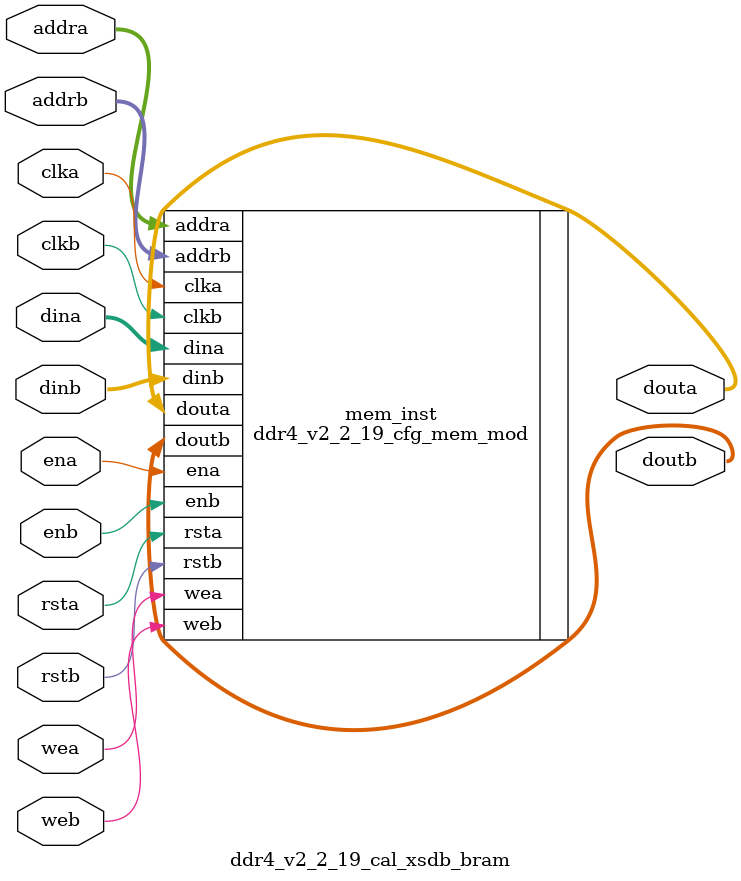
<source format=sv>
/******************************************************************************
// (c) Copyright 2013 - 2014 Xilinx, Inc. All rights reserved.
//
// This file contains confidential and proprietary information
// of Xilinx, Inc. and is protected under U.S. and
// international copyright and other intellectual property
// laws.
//
// DISCLAIMER
// This disclaimer is not a license and does not grant any
// rights to the materials distributed herewith. Except as
// otherwise provided in a valid license issued to you by
// Xilinx, and to the maximum extent permitted by applicable
// law: (1) THESE MATERIALS ARE MADE AVAILABLE "AS IS" AND
// WITH ALL FAULTS, AND XILINX HEREBY DISCLAIMS ALL WARRANTIES
// AND CONDITIONS, EXPRESS, IMPLIED, OR STATUTORY, INCLUDING
// BUT NOT LIMITED TO WARRANTIES OF MERCHANTABILITY, NON-
// INFRINGEMENT, OR FITNESS FOR ANY PARTICULAR PURPOSE; and
// (2) Xilinx shall not be liable (whether in contract or tort,
// including negligence, or under any other theory of
// liability) for any loss or damage of any kind or nature
// related to, arising under or in connection with these
// materials, including for any direct, or any indirect,
// special, incidental, or consequential loss or damage
// (including loss of data, profits, goodwill, or any type of
// loss or damage suffered as a result of any action brought
// by a third party) even if such damage or loss was
// reasonably foreseeable or Xilinx had been advised of the
// possibility of the same.
//
// CRITICAL APPLICATIONS
// Xilinx products are not designed or intended to be fail-
// safe, or for use in any application requiring fail-safe
// performance, such as life-support or safety devices or
// systems, Class III medical devices, nuclear facilities,
// applications related to the deployment of airbags, or any
// other applications that could lead to death, personal
// injury, or severe property or environmental damage
// (individually and collectively, "Critical
// Applications"). Customer assumes the sole risk and
// liability of any use of Xilinx products in Critical
// Applications, subject only to applicable laws and
// regulations governing limitations on product liability.
//
// THIS COPYRIGHT NOTICE AND DISCLAIMER MUST BE RETAINED AS
// PART OF THIS FILE AT ALL TIMES.
******************************************************************************/
//   ____  ____
//  /   /\/   /
// /___/  \  /    Vendor             : Xilinx
// \   \   \/     Version            : 2.0
//  \   \         Application        : MIG
//  /   /         Filename           : ddr4_v2_2_19_cal_xsdb_bram.sv
// /___/   /\     Date Last Modified : $Date: 2015/04/23 $
// \   \  /  \    Date Created       : Tue May 13 2014
//  \___\/\___\
//
// Device           : UltraScale
// Design Name      : DDR4 SDRAM & DDR3 SDRAM
// Purpose          :
//                   ddr4_v2_2_19_cal_xsdb_bram module
// Reference        :
// Revision History :
//*****************************************************************************
`timescale 1ns / 1ps

(* bram_map="yes" *)

module ddr4_v2_2_19_cal_xsdb_bram
    #(	
    
		parameter       	  MEM                        	  =  "DDR4"
		,parameter       	  DBYTES                     	  =  8 //4
		,parameter            START_ADDRESS                   =  18
		,parameter  		  SPREAD_SHEET_VERSION            =  2
		,parameter            RTL_VERSION                     =  0
		,parameter            MEM_CODE                        =  0
		,parameter  		  MEMORY_TYPE                     =  (MEM == "DDR4") ? 2 : 1
		,parameter            MEMORY_CONFIGURATION            =  1
		,parameter            MEMORY_VOLTAGE                  =  1
        ,parameter            CLKFBOUT_MULT_PLL               =  4
        ,parameter            DIVCLK_DIVIDE_PLL               =  1
        ,parameter            CLKOUT0_DIVIDE_PLL              =  1
        ,parameter            CLKFBOUT_MULT_MMCM              =  4
        ,parameter            DIVCLK_DIVIDE_MMCM              =  1
        ,parameter            CLKOUT0_DIVIDE_MMCM             =  4
		,parameter  		  DQBITS	                      =  64
		,parameter			  NIBBLE                          =  DQBITS/4
		,parameter  		  BITS_PER_BYTE                   =  8 //DQBITS/DBYTES
		,parameter  		  SLOTS                   =  1
		,parameter  		  ABITS                           =  10
		,parameter  		  BABITS                          =  2
		,parameter       	  BGBITS              	          =  2
		,parameter       	  CKEBITS                  		  =  4
		,parameter       	  CSBITS             	          =  4
		,parameter       	  ODTBITS                    	  =  4
		,parameter       	  DRAM_WIDTH                 	  =  8      // # of DQ per DQS
		,parameter       	  RANKS                      	  =  4 // 1      //1, 2, 3, or 4
		,parameter            S_HEIGHT                        =  1
		,parameter       	  nCK_PER_CLK                	  =  1      // # of memory CKs per fabric CLK
        ,parameter            tCK                             =  2000		
		,parameter       	  DM_DBI_SETTING             	  =  7     //// 3bits requried all 7
		,parameter            BISC_EN                         =  0
		,parameter       	  USE_CS_PORT             	      =  1     //// 1 bit
		,parameter            EXTRA_CMD_DELAY                 =  0     //// 1 bit
		,parameter            REG_CTRL_ON                     =  0     // RDIMM register control
		,parameter            CA_MIRROR                       =  0     //// 1 bit
		,parameter       	  DQS_GATE                   	  =  7
		,parameter       	  WRLVL                      	  =  7
		,parameter       	  RDLVL                      	  =  7
		,parameter       	  RDLVL_DBI                       =  7
		,parameter       	  WR_DQS_DQ                  	  =  7
		,parameter       	  WR_DQS_DM_DBI                   =  7
		,parameter            WRITE_LAT                       =  7
		,parameter       	  RDLVL_COMPLEX                   =  3     ///2 bits required all 3
		,parameter       	  WR_DQS_COMPLEX                  =  3     ///2 bits required all 3
		,parameter       	  DQS_TRACKING               	  =  3
		,parameter       	  RD_VREF                    	  =  3
		,parameter       	  RD_VREF_PATTERN                 =  3
		,parameter       	  WR_VREF                    	  =  3
		,parameter       	  WR_VREF_PATTERN                 =  3
		,parameter       	  DQS_SAMPLE_CNT             	  =  127
		,parameter       	  WRLVL_SAMPLE_CNT           	  =  255
		,parameter       	  RDLVL_SAMPLE_CNT           	  =  127
		,parameter       	  COMPLEX_LOOP_CNT           	  =  255
		,parameter       	  IODELAY_QTR_CK_TAP_CNT     	  =  255
		,parameter       	  DEBUG_MESSAGES     	          =  0
		,parameter         	  MR0                     		  =  13'b0000000110000
		,parameter         	  MR1                     		  =  13'b0000100000001 //RTT_NOM=RZQ/4 (60 Ohm)
		,parameter         	  MR2                     		  =  13'b0000000011000
		,parameter         	  MR3                     		  =  13'b0000000000000
		,parameter         	  MR4                     		  =  13'b0000000000000
		,parameter         	  MR5                     		  =  13'b0010000000000
		,parameter         	  MR6                     		  =  13'b0100000000000
		,parameter            ODTWR                           = 16'h0000
		,parameter            ODTRD                           = 16'h0000
		,parameter            SLOT0_CONFIG                    = 0     // all 9 bits
		,parameter            SLOT1_CONFIG                    = 0     // all 9 bits
		,parameter            SLOT0_FUNC_CS                   = 0     // all 9 bits
		,parameter            SLOT1_FUNC_CS                   = 0     // all 9 bits
		,parameter            SLOT0_ODD_CS                    = 0     // all 9 bits
		,parameter            SLOT1_ODD_CS                    = 0     // all 9 bits
		,parameter            DDR4_REG_RC03                   = 0     // all 9 bits
		,parameter            DDR4_REG_RC04                   = 0     // all 9 bits
		,parameter            DDR4_REG_RC05                   = 0     // all 9 bits
		,parameter            DDR4_REG_RC3X                   = 0     // all 9 bits
		
		,parameter         	  MR0_0                   		  =  MR0[8:0]
		,parameter         	  MR0_1                   		  =  {5'b0,MR0[12:9]}
		,parameter         	  MR1_0                   		  =  MR1[8:0]
		,parameter         	  MR1_1                   		  =  {5'b0,MR1[12:9]}
		,parameter         	  MR2_0                   	 	  =  MR2[8:0]
		,parameter         	  MR2_1                   		  =  {5'b0,MR2[12:9]}
		,parameter         	  MR3_0                   		  =  MR3[8:0]
		,parameter         	  MR3_1                   		  =  {5'b0,MR3[12:9]}
		,parameter         	  MR4_0                   		  =  MR4[8:0]
		,parameter         	  MR4_1                   		  =  {5'b0,MR4[12:9]}
		,parameter         	  MR5_0                   		  =  MR5[8:0]
		,parameter         	  MR5_1                   		  =  {5'b0,MR5[12:9]}
		,parameter         	  MR6_0                   		  =  MR6[8:0]
		,parameter         	  MR6_1                   		  =  {5'b0,MR6[12:9]}
  
       ,parameter NUM_BRAMS    = 1
	   ,parameter SIZE         = 36 * 1024 * NUM_BRAMS
    // Specify INITs as 9 bit blocks (256 locations per blockRAM)
       ,parameter ADDR_WIDTH   = 16
	   ,parameter DATA_WIDTH   = 9
       ,parameter PIPELINE_REG = 1 
    )
  (
	
		clka,
		clkb,
		ena,
		enb,
		addra,
		addrb,
		dina,
		dinb,
		douta,
		doutb,
		wea,
		web,
		rsta,
		rstb
);
input clka;
input clkb;
input ena;
input enb;
input [ADDR_WIDTH-1:0]addra;
input [ADDR_WIDTH-1:0]addrb;
input [DATA_WIDTH-1:0]dina;
input [DATA_WIDTH-1:0]dinb;
input wea;
input web;
input rsta;
input rstb;
output reg [DATA_WIDTH-1:0]douta;
output reg [DATA_WIDTH-1:0]doutb;


// Initial values to the BlockRam 0
localparam [8:0] mem0_init_0 = {4'b0,START_ADDRESS[4:0]};
localparam [8:0] mem0_init_1 = 9'b0;
localparam [8:0] mem0_init_2 = 9'b0;
localparam [8:0] mem0_init_3 = {5'b0,SPREAD_SHEET_VERSION[3:0]};
localparam [8:0] mem0_init_4 = {6'b0,MEMORY_TYPE[2:0]};
localparam [8:0] mem0_init_5 = RANKS;
localparam [8:0] mem0_init_6 = DBYTES[8:0]; // MAN - repeats DBYTES parameter (may hardwire to BYTES for initial SW compatability)
localparam [8:0] mem0_init_7 = NIBBLE[8:0];
localparam [8:0] mem0_init_8 = BITS_PER_BYTE[8:0];
localparam [8:0] mem0_init_9 = 9'b1;
localparam [8:0] mem0_init_10 = 9'b1;
localparam [8:0] mem0_init_11 = 9'b1;
localparam [8:0] mem0_init_12 = SLOTS;
localparam [8:0] mem0_init_13 = 9'b0;
localparam [8:0] mem0_init_14 = 9'b0;
localparam [8:0] mem0_init_15 = 9'b0;
localparam [8:0] mem0_init_16 = 9'b0;
localparam [8:0] mem0_init_17 = 9'b0;
localparam [8:0] mem0_init_18 = RTL_VERSION[8:0];
localparam [8:0] mem0_init_19 = 9'b0;
localparam [8:0] mem0_init_20 = NUM_BRAMS[8:0];
localparam [8:0] mem0_init_21 = {BGBITS[1:0],BABITS[1:0],ABITS[4:0]};
localparam [8:0] mem0_init_22 = {ODTBITS[2:0],CSBITS[2:0],CKEBITS[2:0]};
localparam [8:0] mem0_init_23 = DBYTES[8:0];
localparam [8:0] mem0_init_24 = DRAM_WIDTH[8:0];
localparam [8:0] mem0_init_25 = {CA_MIRROR[0],REG_CTRL_ON[0],EXTRA_CMD_DELAY[0],USE_CS_PORT[0],BISC_EN[0],DM_DBI_SETTING[2:0],nCK_PER_CLK[0]};
localparam [8:0] mem0_init_26 = {RDLVL[2:0],WRLVL[2:0],DQS_GATE[2:0]};
localparam [8:0] mem0_init_27 = {WR_DQS_DM_DBI[2:0],WR_DQS_DQ[2:0],RDLVL_DBI[2:0]};
localparam [8:0] mem0_init_28 = {WR_DQS_COMPLEX[2:0],RDLVL_COMPLEX[2:0],WRITE_LAT[2:0]};
localparam [8:0] mem0_init_29 = {DEBUG_MESSAGES[0],RD_VREF_PATTERN[1:0],WR_VREF_PATTERN[1:0],RD_VREF[1:0],WR_VREF[1:0]};
localparam [8:0] mem0_init_30 = {7'b0,DQS_TRACKING[1:0]};
localparam [8:0] mem0_init_31 = DQS_SAMPLE_CNT[8:0];
localparam [8:0] mem0_init_32 = WRLVL_SAMPLE_CNT[8:0];
localparam [8:0] mem0_init_33 = RDLVL_SAMPLE_CNT[8:0];
localparam [8:0] mem0_init_34 = COMPLEX_LOOP_CNT[8:0];
localparam [8:0] mem0_init_35 = IODELAY_QTR_CK_TAP_CNT[8:0];
localparam [8:0] mem0_init_36 = {5'b0,S_HEIGHT[3:0]};
localparam [8:0] mem0_init_37 = 9'b0;
localparam [8:0] mem0_init_38 = 9'b0;
localparam [8:0] mem0_init_39 = 9'b0;
localparam [8:0] mem0_init_40 = {1'b0, ODTWR[7:0]};
localparam [8:0] mem0_init_41 = {1'b0, ODTWR[15:8]};
localparam [8:0] mem0_init_42 = {1'b0, ODTRD[7:0]};
localparam [8:0] mem0_init_43 = {1'b0, ODTRD[15:8]};
localparam [8:0] mem0_init_44 = SLOT0_CONFIG;
localparam [8:0] mem0_init_45 = SLOT1_CONFIG;
localparam [8:0] mem0_init_46 = SLOT0_FUNC_CS;
localparam [8:0] mem0_init_47 = SLOT1_FUNC_CS;
localparam [8:0] mem0_init_48 = SLOT0_ODD_CS;
localparam [8:0] mem0_init_49 = SLOT1_ODD_CS;
localparam [8:0] mem0_init_50 = DDR4_REG_RC03;
localparam [8:0] mem0_init_51 = DDR4_REG_RC04;
localparam [8:0] mem0_init_52 = DDR4_REG_RC05;
localparam [8:0] mem0_init_53 = DDR4_REG_RC3X;
localparam [8:0] mem0_init_54 = MR0_0[8:0];
localparam [8:0] mem0_init_55 = MR0_1[8:0];
localparam [8:0] mem0_init_56 = MR1_0[8:0];
localparam [8:0] mem0_init_57 = MR1_1[8:0];
localparam [8:0] mem0_init_58 = MR2_0[8:0];
localparam [8:0] mem0_init_59 = MR2_1[8:0];
localparam [8:0] mem0_init_60 = MR3_0[8:0];
localparam [8:0] mem0_init_61 = MR3_1[8:0];
localparam [8:0] mem0_init_62 = MR4_0[8:0];
localparam [8:0] mem0_init_63 = MR4_1[8:0];
localparam [8:0] mem0_init_64 = MR5_0[8:0];
localparam [8:0] mem0_init_65 = MR5_1[8:0];
localparam [8:0] mem0_init_66 = MR6_0[8:0];
localparam [8:0] mem0_init_67 = MR6_1[8:0];
localparam [8:0] mem0_init_68 = 9'b0;
localparam [8:0] mem0_init_69 = tCK[8:0];
localparam [8:0] mem0_init_70 = tCK[16:9];
localparam [8:0] mem0_init_71 = MEMORY_CONFIGURATION[8:0];
localparam [8:0] mem0_init_72 = MEMORY_VOLTAGE[8:0];
localparam [8:0] mem0_init_73 = CLKFBOUT_MULT_PLL[8:0];
localparam [8:0] mem0_init_74 = DIVCLK_DIVIDE_PLL[8:0];
localparam [8:0] mem0_init_75 = CLKFBOUT_MULT_MMCM[8:0];
localparam [8:0] mem0_init_76 = DIVCLK_DIVIDE_MMCM[8:0];
localparam [8:0] mem0_init_77 = 9'b0;
localparam [8:0] mem0_init_78 = 9'b0;
localparam [8:0] mem0_init_79 = 9'b0;
localparam [8:0] mem0_init_80 = 9'b0;
localparam [8:0] mem0_init_81 = 9'b0;
localparam [8:0] mem0_init_82 = 9'b0;
localparam [8:0] mem0_init_83 = 9'b0;
localparam [8:0] mem0_init_84 = 9'b0;
localparam [8:0] mem0_init_85 = 9'b0;
localparam [8:0] mem0_init_86 = 9'b0;
localparam [8:0] mem0_init_87 = 9'b0;
localparam [8:0] mem0_init_88 = 9'b0;
localparam [8:0] mem0_init_89 = 9'b0;
localparam [8:0] mem0_init_90 = 9'b0;
localparam [8:0] mem0_init_91 = 9'b0;
localparam [8:0] mem0_init_92 = 9'b0;
localparam [8:0] mem0_init_93 = 9'b0;
localparam [8:0] mem0_init_94 = 9'b0;
localparam [8:0] mem0_init_95 = 9'b0;
localparam [8:0] mem0_init_96 = 9'b0;
localparam [8:0] mem0_init_97 = 9'b0;
localparam [8:0] mem0_init_98 = 9'b0;
localparam [8:0] mem0_init_99 = 9'b0;
localparam [8:0] mem0_init_100 = 9'b0;
localparam [8:0] mem0_init_101 = 9'b0;
localparam [8:0] mem0_init_102 = 9'b0;
localparam [8:0] mem0_init_103 = 9'b0;
localparam [8:0] mem0_init_104 = 9'b0;
localparam [8:0] mem0_init_105 = 9'b0;
localparam [8:0] mem0_init_106 = 9'b0;
localparam [8:0] mem0_init_107 = 9'b0;
localparam [8:0] mem0_init_108 = 9'b0;
localparam [8:0] mem0_init_109 = 9'b0;
localparam [8:0] mem0_init_110 = 9'b0;
localparam [8:0] mem0_init_111 = 9'b0;
localparam [8:0] mem0_init_112 = 9'b0;
localparam [8:0] mem0_init_113 = 9'b0;
localparam [8:0] mem0_init_114 = 9'b0;
localparam [8:0] mem0_init_115 = 9'b0;
localparam [8:0] mem0_init_116 = 9'b0;
localparam [8:0] mem0_init_117 = 9'b0;
localparam [8:0] mem0_init_118 = 9'b0;
localparam [8:0] mem0_init_119 = 9'b0;
localparam [8:0] mem0_init_120 = 9'b0;
localparam [8:0] mem0_init_121 = 9'b0;
localparam [8:0] mem0_init_122 = 9'b0;
localparam [8:0] mem0_init_123 = 9'b0;
localparam [8:0] mem0_init_124 = 9'b0;
localparam [8:0] mem0_init_125 = 9'b0;
localparam [8:0] mem0_init_126 = 9'b0;
localparam [8:0] mem0_init_127 = 9'b0;
localparam [8:0] mem0_init_128 = 9'b0;
localparam [8:0] mem0_init_129 = 9'b0;
localparam [8:0] mem0_init_130 = 9'b0;
localparam [8:0] mem0_init_131 = 9'b0;
localparam [8:0] mem0_init_132 = 9'b0;
localparam [8:0] mem0_init_133 = 9'b0;
localparam [8:0] mem0_init_134 = 9'b0;
localparam [8:0] mem0_init_135 = 9'b0;
localparam [8:0] mem0_init_136 = 9'b0;
localparam [8:0] mem0_init_137 = 9'b0;
localparam [8:0] mem0_init_138 = 9'b0;
localparam [8:0] mem0_init_139 = 9'b0;
localparam [8:0] mem0_init_140 = 9'b0;
localparam [8:0] mem0_init_141 = 9'b0;
localparam [8:0] mem0_init_142 = 9'b0;
localparam [8:0] mem0_init_143 = 9'b0;
localparam [8:0] mem0_init_144 = 9'b0;
localparam [8:0] mem0_init_145 = 9'b0;
localparam [8:0] mem0_init_146 = 9'b0;
localparam [8:0] mem0_init_147 = 9'b0;
localparam [8:0] mem0_init_148 = 9'b0;
localparam [8:0] mem0_init_149 = 9'b0;
localparam [8:0] mem0_init_150 = 9'b0;
localparam [8:0] mem0_init_151 = 9'b0;
localparam [8:0] mem0_init_152 = 9'b0;
localparam [8:0] mem0_init_153 = 9'b0;
localparam [8:0] mem0_init_154 = 9'b0;
localparam [8:0] mem0_init_155 = 9'b0;
localparam [8:0] mem0_init_156 = 9'b0;
localparam [8:0] mem0_init_157 = 9'b0;
localparam [8:0] mem0_init_158 = 9'b0;
localparam [8:0] mem0_init_159 = 9'b0;
localparam [8:0] mem0_init_160 = 9'b0;
localparam [8:0] mem0_init_161 = 9'b0;
localparam [8:0] mem0_init_162 = 9'b0;
localparam [8:0] mem0_init_163 = 9'b0;
localparam [8:0] mem0_init_164 = 9'b0;
localparam [8:0] mem0_init_165 = 9'b0;
localparam [8:0] mem0_init_166 = 9'b0;
localparam [8:0] mem0_init_167 = 9'b0;
localparam [8:0] mem0_init_168 = 9'b0;
localparam [8:0] mem0_init_169 = 9'b0;
localparam [8:0] mem0_init_170 = 9'b0;
localparam [8:0] mem0_init_171 = 9'b0;
localparam [8:0] mem0_init_172 = 9'b0;
localparam [8:0] mem0_init_173 = 9'b0;
localparam [8:0] mem0_init_174 = 9'b0;
localparam [8:0] mem0_init_175 = 9'b0;
localparam [8:0] mem0_init_176 = 9'b0;
localparam [8:0] mem0_init_177 = 9'b0;
localparam [8:0] mem0_init_178 = 9'b0;
localparam [8:0] mem0_init_179 = 9'b0;
localparam [8:0] mem0_init_180 = 9'b0;
localparam [8:0] mem0_init_181 = 9'b0;
localparam [8:0] mem0_init_182 = 9'b0;
localparam [8:0] mem0_init_183 = 9'b0;
localparam [8:0] mem0_init_184 = 9'b0;
localparam [8:0] mem0_init_185 = 9'b0;
localparam [8:0] mem0_init_186 = 9'b0;
localparam [8:0] mem0_init_187 = 9'b0;
localparam [8:0] mem0_init_188 = 9'b0;
localparam [8:0] mem0_init_189 = 9'b0;
localparam [8:0] mem0_init_190 = 9'b0;
localparam [8:0] mem0_init_191 = 9'b0;
localparam [8:0] mem0_init_192 = 9'b0;
localparam [8:0] mem0_init_193 = 9'b0;
localparam [8:0] mem0_init_194 = 9'b0;
localparam [8:0] mem0_init_195 = 9'b0;
localparam [8:0] mem0_init_196 = 9'b0;
localparam [8:0] mem0_init_197 = 9'b0;
localparam [8:0] mem0_init_198 = 9'b0;
localparam [8:0] mem0_init_199 = 9'b0;
localparam [8:0] mem0_init_200 = 9'b0;
localparam [8:0] mem0_init_201 = 9'b0;
localparam [8:0] mem0_init_202 = 9'b0;
localparam [8:0] mem0_init_203 = 9'b0;
localparam [8:0] mem0_init_204 = 9'b0;
localparam [8:0] mem0_init_205 = 9'b0;
localparam [8:0] mem0_init_206 = 9'b0;
localparam [8:0] mem0_init_207 = 9'b0;
localparam [8:0] mem0_init_208 = 9'b0;
localparam [8:0] mem0_init_209 = 9'b0;
localparam [8:0] mem0_init_210 = 9'b0;
localparam [8:0] mem0_init_211 = 9'b0;
localparam [8:0] mem0_init_212 = 9'b0;
localparam [8:0] mem0_init_213 = 9'b0;
localparam [8:0] mem0_init_214 = 9'b0;
localparam [8:0] mem0_init_215 = 9'b0;
localparam [8:0] mem0_init_216 = 9'b0;
localparam [8:0] mem0_init_217 = 9'b0;
localparam [8:0] mem0_init_218 = 9'b0;
localparam [8:0] mem0_init_219 = 9'b0;
localparam [8:0] mem0_init_220 = 9'b0;
localparam [8:0] mem0_init_221 = 9'b0;
localparam [8:0] mem0_init_222 = 9'b0;
localparam [8:0] mem0_init_223 = 9'b0;
localparam [8:0] mem0_init_224 = 9'b0;
localparam [8:0] mem0_init_225 = 9'b0;
localparam [8:0] mem0_init_226 = 9'b0;
localparam [8:0] mem0_init_227 = 9'b0;
localparam [8:0] mem0_init_228 = 9'b0;
localparam [8:0] mem0_init_229 = 9'b0;
localparam [8:0] mem0_init_230 = 9'b0;
localparam [8:0] mem0_init_231 = 9'b0;
localparam [8:0] mem0_init_232 = 9'b0;
localparam [8:0] mem0_init_233 = 9'b0;
localparam [8:0] mem0_init_234 = 9'b0;
localparam [8:0] mem0_init_235 = 9'b0;
localparam [8:0] mem0_init_236 = 9'b0;
localparam [8:0] mem0_init_237 = 9'b0;
localparam [8:0] mem0_init_238 = 9'b0;
localparam [8:0] mem0_init_239 = 9'b0;
localparam [8:0] mem0_init_240 = 9'b0;
localparam [8:0] mem0_init_241 = 9'b0;
localparam [8:0] mem0_init_242 = 9'b0;
localparam [8:0] mem0_init_243 = 9'b0;
localparam [8:0] mem0_init_244 = 9'b0;
localparam [8:0] mem0_init_245 = 9'b0;
localparam [8:0] mem0_init_246 = 9'b0;
localparam [8:0] mem0_init_247 = 9'b0;
localparam [8:0] mem0_init_248 = 9'b0;
localparam [8:0] mem0_init_249 = 9'b0;
localparam [8:0] mem0_init_250 = 9'b0;
localparam [8:0] mem0_init_251 = 9'b0;
localparam [8:0] mem0_init_252 = 9'b0;
localparam [8:0] mem0_init_253 = 9'b0;
localparam [8:0] mem0_init_254 = 9'b0;
localparam [8:0] mem0_init_255 = 9'b0;

localparam [256*9-1:0] INIT_BRAM0 = {mem0_init_255,mem0_init_254,mem0_init_253,mem0_init_252,mem0_init_251,mem0_init_250,mem0_init_249,mem0_init_248,mem0_init_247,mem0_init_246,mem0_init_245,mem0_init_244,mem0_init_243,mem0_init_242,mem0_init_241,mem0_init_240,mem0_init_239,mem0_init_238,mem0_init_237,mem0_init_236,mem0_init_235,mem0_init_234,mem0_init_233,mem0_init_232,mem0_init_231,mem0_init_230,mem0_init_229,mem0_init_228,mem0_init_227,mem0_init_226,mem0_init_225,mem0_init_224,mem0_init_223,mem0_init_222,mem0_init_221,mem0_init_220,mem0_init_219,mem0_init_218,mem0_init_217,mem0_init_216,mem0_init_215,mem0_init_214,mem0_init_213,mem0_init_212,mem0_init_211,mem0_init_210,mem0_init_209,mem0_init_208,mem0_init_207,mem0_init_206,mem0_init_205,mem0_init_204,mem0_init_203,mem0_init_202,mem0_init_201,mem0_init_200,mem0_init_199,mem0_init_198,mem0_init_197,mem0_init_196,mem0_init_195,mem0_init_194,mem0_init_193,mem0_init_192,mem0_init_191,mem0_init_190,mem0_init_189,mem0_init_188,mem0_init_187,mem0_init_186,mem0_init_185,mem0_init_184,mem0_init_183,mem0_init_182,mem0_init_181,mem0_init_180,mem0_init_179,mem0_init_178,mem0_init_177,mem0_init_176,mem0_init_175,mem0_init_174,mem0_init_173,mem0_init_172,mem0_init_171,mem0_init_170,mem0_init_169,mem0_init_168,mem0_init_167,mem0_init_166,mem0_init_165,mem0_init_164,mem0_init_163,mem0_init_162,mem0_init_161,mem0_init_160,mem0_init_159,mem0_init_158,mem0_init_157,mem0_init_156,mem0_init_155,mem0_init_154,mem0_init_153,mem0_init_152,mem0_init_151,mem0_init_150,mem0_init_149,mem0_init_148,mem0_init_147,mem0_init_146,mem0_init_145,mem0_init_144,mem0_init_143,mem0_init_142,mem0_init_141,mem0_init_140,mem0_init_139,mem0_init_138,mem0_init_137,mem0_init_136,mem0_init_135,mem0_init_134,mem0_init_133,mem0_init_132,mem0_init_131,mem0_init_130,mem0_init_129,mem0_init_128,mem0_init_127,mem0_init_126,mem0_init_125,mem0_init_124,mem0_init_123,mem0_init_122,mem0_init_121,mem0_init_120,mem0_init_119,mem0_init_118,mem0_init_117,mem0_init_116,mem0_init_115,mem0_init_114,mem0_init_113,mem0_init_112,mem0_init_111,mem0_init_110,mem0_init_109,mem0_init_108,mem0_init_107,mem0_init_106,mem0_init_105,mem0_init_104,mem0_init_103,mem0_init_102,mem0_init_101,mem0_init_100,mem0_init_99,mem0_init_98,mem0_init_97,mem0_init_96,mem0_init_95,mem0_init_94,mem0_init_93,mem0_init_92,mem0_init_91,mem0_init_90,mem0_init_89,mem0_init_88,mem0_init_87,mem0_init_86,mem0_init_85,mem0_init_84,mem0_init_83,mem0_init_82,mem0_init_81,mem0_init_80,mem0_init_79,mem0_init_78,mem0_init_77,mem0_init_76,mem0_init_75,mem0_init_74,mem0_init_73,mem0_init_72,mem0_init_71,mem0_init_70,mem0_init_69,mem0_init_68,mem0_init_67,mem0_init_66,mem0_init_65,mem0_init_64,mem0_init_63,mem0_init_62,mem0_init_61,mem0_init_60,mem0_init_59,mem0_init_58,mem0_init_57,mem0_init_56,mem0_init_55,mem0_init_54,mem0_init_53,mem0_init_52,mem0_init_51,mem0_init_50,mem0_init_49,mem0_init_48,mem0_init_47,mem0_init_46,mem0_init_45,mem0_init_44,mem0_init_43,mem0_init_42,mem0_init_41,mem0_init_40,mem0_init_39,mem0_init_38,mem0_init_37,mem0_init_36,mem0_init_35,mem0_init_34,mem0_init_33,mem0_init_32,mem0_init_31,mem0_init_30,mem0_init_29,mem0_init_28,mem0_init_27,mem0_init_26,mem0_init_25,mem0_init_24,mem0_init_23,mem0_init_22,mem0_init_21,mem0_init_20,mem0_init_19,mem0_init_18,mem0_init_17,mem0_init_16,mem0_init_15,mem0_init_14,mem0_init_13,mem0_init_12,mem0_init_11,mem0_init_10,mem0_init_9,mem0_init_8,mem0_init_7,mem0_init_6,mem0_init_5,mem0_init_4,mem0_init_3,mem0_init_2,mem0_init_1,mem0_init_0};

// Populate INIT's for rest of BlockRAMs if required
localparam [256*9*NUM_BRAMS-1:0] INIT = ( NUM_BRAMS == 1 ) ? INIT_BRAM0 : ( NUM_BRAMS == 2 ) ? {2304'b0 ,INIT_BRAM0} : {{2{2304'b0}} ,INIT_BRAM0};

ddr4_v2_2_19_cfg_mem_mod # (
               .SIZE(SIZE),
               .INIT(INIT),
               .ADDR_WIDTH(ADDR_WIDTH),
               .DATA_WIDTH(9),
               .PIPELINE_REG(PIPELINE_REG)
              )
     mem_inst (
                .clka(clka),
                .clkb(clkb),
                .ena(ena),
                .enb(enb),
                .addra(addra),
                .addrb(addrb),
                .dina(dina),
                .dinb(dinb),
                .wea(wea),
                .web(web),
                .rsta(rsta),
                .rstb(rstb),
                .douta(douta),
                .doutb(doutb)
               );

endmodule


</source>
